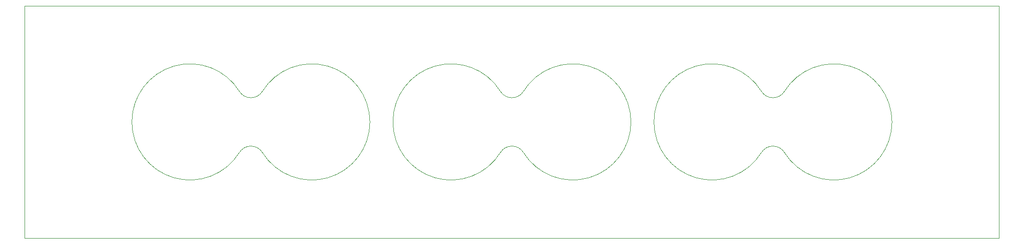
<source format=gbr>
%TF.GenerationSoftware,KiCad,Pcbnew,8.0.4+dfsg-1*%
%TF.CreationDate,2025-04-01T21:10:26+02:00*%
%TF.ProjectId,nixie-top,6e697869-652d-4746-9f70-2e6b69636164,rev?*%
%TF.SameCoordinates,Original*%
%TF.FileFunction,Profile,NP*%
%FSLAX46Y46*%
G04 Gerber Fmt 4.6, Leading zero omitted, Abs format (unit mm)*
G04 Created by KiCad (PCBNEW 8.0.4+dfsg-1) date 2025-04-01 21:10:26*
%MOMM*%
%LPD*%
G01*
G04 APERTURE LIST*
%TA.AperFunction,Profile*%
%ADD10C,0.100000*%
%TD*%
G04 APERTURE END LIST*
D10*
X88483014Y-79500000D02*
G75*
G02*
X107000001Y-74200000I10016986J1D01*
G01*
X110999999Y-74200000D02*
G75*
G02*
X107000001Y-74200000I-1999999J1200000D01*
G01*
X174516985Y-79500000D02*
G75*
G02*
X155999997Y-84800001I-10016987J0D01*
G01*
X200999999Y-74200000D02*
G75*
G02*
X197000001Y-74200000I-1999999J1200000D01*
G01*
X106999999Y-84800000D02*
G75*
G02*
X88483014Y-79500000I-8500000J5299999D01*
G01*
X133483014Y-79500000D02*
G75*
G02*
X152000001Y-74200000I10016986J1D01*
G01*
X155999999Y-74200000D02*
G75*
G02*
X152000001Y-74200000I-1999999J1200000D01*
G01*
X151999999Y-84800000D02*
G75*
G02*
X133483013Y-79500000I-8500000J5300001D01*
G01*
X156000000Y-74200000D02*
G75*
G02*
X174516983Y-79500000I8499999J-5299999D01*
G01*
X201000000Y-74200000D02*
G75*
G02*
X219516983Y-79500000I8499999J-5299999D01*
G01*
X238000000Y-59500000D02*
X238000000Y-79500000D01*
X238000000Y-99500000D02*
X70000000Y-99500000D01*
X238000000Y-79500000D02*
X238000000Y-99500000D01*
X70000000Y-59500000D02*
X238000000Y-59500000D01*
X219516985Y-79500000D02*
G75*
G02*
X200999997Y-84800001I-10016987J0D01*
G01*
X196999999Y-84800000D02*
G75*
G02*
X178483013Y-79500000I-8500000J5300001D01*
G01*
X111000000Y-74200000D02*
G75*
G02*
X129516983Y-79500000I8499999J-5299999D01*
G01*
X107000000Y-84800000D02*
G75*
G02*
X110999998Y-84800000I1999999J-1199999D01*
G01*
X178483014Y-79500000D02*
G75*
G02*
X197000001Y-74200000I10016986J1D01*
G01*
X152000000Y-84800000D02*
G75*
G02*
X155999998Y-84800000I1999999J-1199999D01*
G01*
X129516985Y-79500000D02*
G75*
G02*
X110999997Y-84800001I-10016987J0D01*
G01*
X70000000Y-99500000D02*
X70000000Y-79500000D01*
X70000000Y-79500000D02*
X70000000Y-59500000D01*
X197000000Y-84800000D02*
G75*
G02*
X200999998Y-84800000I1999999J-1199999D01*
G01*
M02*

</source>
